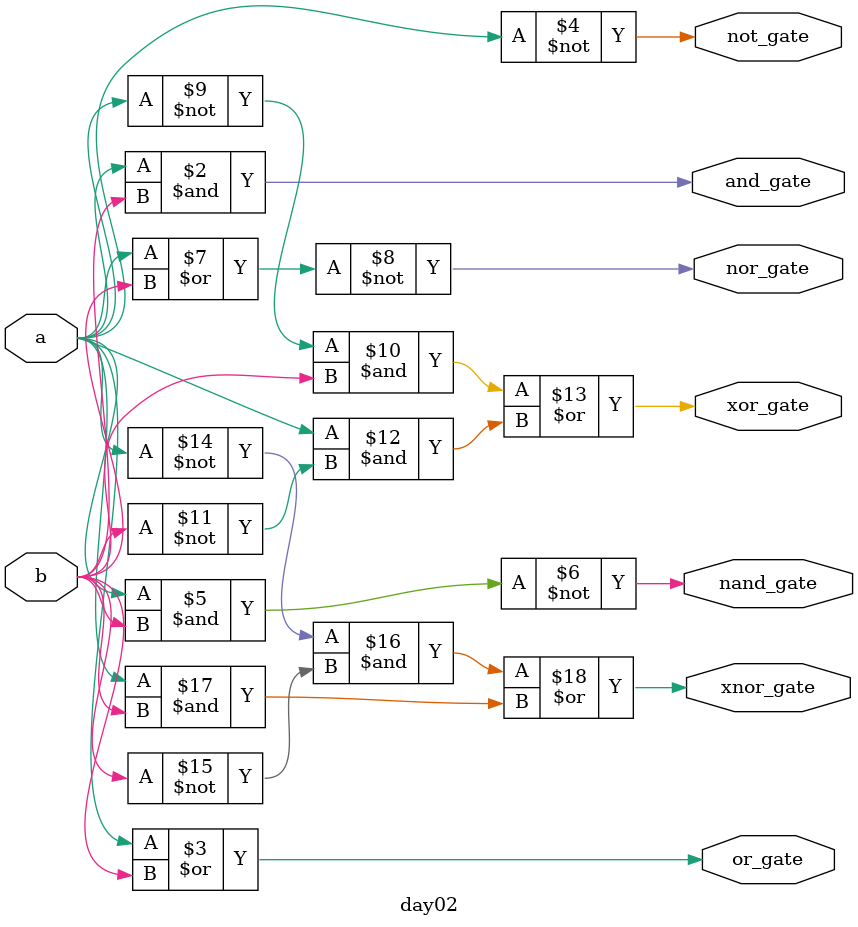
<source format=v>
module day02(
    input wire a,b,
    output reg and_gate,or_gate, not_gate, nand_gate, nor_gate, xor_gate, xnor_gate
    );
    
    always @(*) begin
        and_gate =  a & b;
        or_gate =   a | b;
        not_gate =  ~a;
        nand_gate = ~(a & b);
        nor_gate =  ~(a | b);
        xor_gate =  (~a & b) | (a & ~b);
        xnor_gate = (~a & ~b) | (a & b);
    end
    
endmodule

</source>
